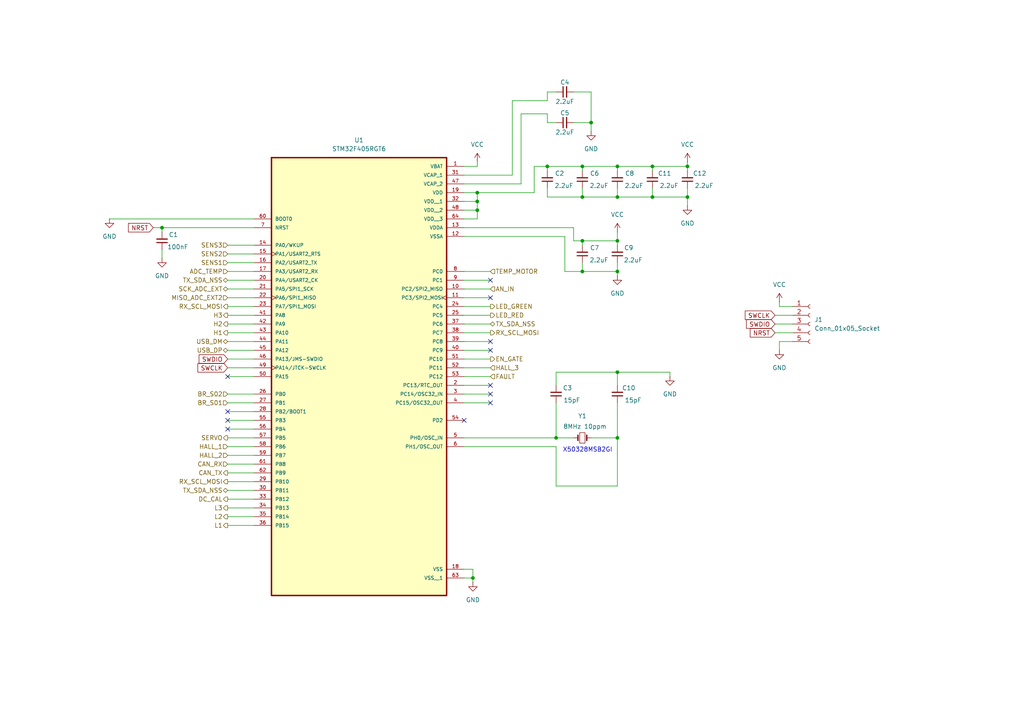
<source format=kicad_sch>
(kicad_sch (version 20231120) (generator "eeschema") (generator_version "8.0")
  (paper "A4")
  (lib_symbols
    (symbol "Connector:Conn_01x05_Socket" (pin_names (offset 1.016) hide)
      (property "Reference" "J" (at 0 7.62 0))
      (property "Value" "Conn_01x05_Socket" (at 0 -7.62 0))
      (symbol "Conn_01x05_Socket_1_1"
        (arc (start 0 -4.572) (mid -0.5058 -5.08) (end 0 -5.588) (stroke (width 0.1524)))
        (arc (start 0 -2.032) (mid -0.5058 -2.54) (end 0 -3.048) (stroke (width 0.1524)))
        (polyline (pts (xy -1.27 -5.08) (xy -0.508 -5.08)) (stroke (width 0.1524)))
        (polyline (pts (xy -1.27 -2.54) (xy -0.508 -2.54)) (stroke (width 0.1524)))
        (polyline (pts (xy -1.27 0) (xy -0.508 0)) (stroke (width 0.1524)))
        (polyline (pts (xy -1.27 2.54) (xy -0.508 2.54)) (stroke (width 0.1524)))
        (polyline (pts (xy -1.27 5.08) (xy -0.508 5.08)) (stroke (width 0.1524)))
        (arc (start 0 0.508) (mid -0.5058 0) (end 0 -0.508) (stroke (width 0.1524)))
        (arc (start 0 3.048) (mid -0.5058 2.54) (end 0 2.032) (stroke (width 0.1524)))
        (arc (start 0 5.588) (mid -0.5058 5.08) (end 0 4.572) (stroke (width 0.1524)))
        (pin passive line (at -5.08 5.08 0) (length 3.81) (name "Pin_1") (number "1"))
        (pin passive line (at -5.08 2.54 0) (length 3.81) (name "Pin_2") (number "2"))
        (pin passive line (at -5.08 0 0) (length 3.81) (name "Pin_3") (number "3"))
        (pin passive line (at -5.08 -2.54 0) (length 3.81) (name "Pin_4") (number "4"))
        (pin passive line (at -5.08 -5.08 0) (length 3.81) (name "Pin_5") (number "5"))
      )
    )
    (symbol "Device:C_Small" (pin_numbers hide) (pin_names (offset 0.254) hide)
      (property "Reference" "C" (at 0.254 1.778 0))
      (property "Value" "C_Small" (at 0.254 -2.032 0))
      (symbol "C_Small_0_1"
        (polyline (pts (xy -1.524 -0.508) (xy 1.524 -0.508)) (stroke (width 0.3302)))
        (polyline (pts (xy -1.524 0.508) (xy 1.524 0.508)) (stroke (width 0.3048)))
      )
      (symbol "C_Small_1_1"
        (pin passive line (at 0 2.54 270) (length 2.032) (name "~") (number "1"))
        (pin passive line (at 0 -2.54 90) (length 2.032) (name "~") (number "2"))
      )
    )
    (symbol "Device:Crystal_Small" (pin_numbers hide) (pin_names (offset 1.016) hide)
      (property "Reference" "Y" (at 0 2.54 0))
      (property "Value" "Crystal_Small" (at 0 -2.54 0))
      (symbol "Crystal_Small_0_1"
        (rectangle (start -0.762 -1.524) (end 0.762 1.524))
        (polyline (pts (xy -1.27 -0.762) (xy -1.27 0.762)) (stroke (width 0.381)))
        (polyline (pts (xy 1.27 -0.762) (xy 1.27 0.762)) (stroke (width 0.381)))
      )
      (symbol "Crystal_Small_1_1"
        (pin passive line (at -2.54 0 0) (length 1.27) (name "1") (number "1"))
        (pin passive line (at 2.54 0 180) (length 1.27) (name "2") (number "2"))
      )
    )
    (symbol "STM32F405RGT6:STM32F405RGT6" (pin_names (offset 1.016))
      (property "Reference" "U4" (at 0 63.5 0))
      (property "Value" "STM32F405RGT6" (at 0 60.96 0))
      (symbol "STM32F405RGT6_0_0"
        (rectangle (start -25.4 -68.58) (end 25.4 58.42) (stroke (width 0.41)) (fill (type background)))
        (pin power_in line (at 30.48 55.88 180) (length 5.08) (name "VBAT") (number "1"))
        (pin bidirectional line (at 30.48 20.32 180) (length 5.08) (name "PC2/SPI2_MISO") (number "10"))
        (pin bidirectional clock (at 30.48 17.78 180) (length 5.08) (name "PC3/SPI2_MOSI") (number "11"))
        (pin power_in line (at 30.48 35.56 180) (length 5.08) (name "VSSA") (number "12"))
        (pin power_in line (at 30.48 38.1 180) (length 5.08) (name "VDDA") (number "13"))
        (pin bidirectional line (at -30.48 33.02 0) (length 5.08) (name "PA0/WKUP") (number "14"))
        (pin bidirectional clock (at -30.48 30.48 0) (length 5.08) (name "PA1/USART2_RTS") (number "15"))
        (pin bidirectional line (at -30.48 27.94 0) (length 5.08) (name "PA2/USART2_TX") (number "16"))
        (pin bidirectional line (at -30.48 25.4 0) (length 5.08) (name "PA3/USART2_RX") (number "17"))
        (pin power_in line (at 30.48 -60.96 180) (length 5.08) (name "VSS") (number "18"))
        (pin power_in line (at 30.48 48.26 180) (length 5.08) (name "VDD") (number "19"))
        (pin bidirectional line (at 30.48 -7.62 180) (length 5.08) (name "PC13/RTC_OUT") (number "2"))
        (pin bidirectional line (at -30.48 22.86 0) (length 5.08) (name "PA4/USART2_CK") (number "20"))
        (pin bidirectional line (at -30.48 20.32 0) (length 5.08) (name "PA5/SPI1_SCK") (number "21"))
        (pin bidirectional clock (at -30.48 17.78 0) (length 5.08) (name "PA6/SPI1_MISO") (number "22"))
        (pin bidirectional line (at -30.48 15.24 0) (length 5.08) (name "PA7/SPI1_MOSI") (number "23"))
        (pin bidirectional line (at 30.48 15.24 180) (length 5.08) (name "PC4") (number "24"))
        (pin bidirectional line (at 30.48 12.7 180) (length 5.08) (name "PC5") (number "25"))
        (pin bidirectional line (at -30.48 -10.16 0) (length 5.08) (name "PB0") (number "26"))
        (pin bidirectional line (at -30.48 -12.7 0) (length 5.08) (name "PB1") (number "27"))
        (pin bidirectional line (at -30.48 -15.24 0) (length 5.08) (name "PB2/BOOT1") (number "28"))
        (pin bidirectional line (at -30.48 -35.56 0) (length 5.08) (name "PB10") (number "29"))
        (pin bidirectional line (at 30.48 -10.16 180) (length 5.08) (name "PC14/OSC32_IN") (number "3"))
        (pin bidirectional line (at -30.48 -38.1 0) (length 5.08) (name "PB11") (number "30"))
        (pin power_in line (at 30.48 53.34 180) (length 5.08) (name "VCAP_1") (number "31"))
        (pin power_in line (at 30.48 45.72 180) (length 5.08) (name "VDD__1") (number "32"))
        (pin bidirectional line (at -30.48 -40.64 0) (length 5.08) (name "PB12") (number "33"))
        (pin bidirectional line (at -30.48 -43.18 0) (length 5.08) (name "PB13") (number "34"))
        (pin bidirectional line (at -30.48 -45.72 0) (length 5.08) (name "PB14") (number "35"))
        (pin bidirectional line (at -30.48 -48.26 0) (length 5.08) (name "PB15") (number "36"))
        (pin bidirectional line (at 30.48 10.16 180) (length 5.08) (name "PC6") (number "37"))
        (pin bidirectional line (at 30.48 7.62 180) (length 5.08) (name "PC7") (number "38"))
        (pin bidirectional line (at 30.48 5.08 180) (length 5.08) (name "PC8") (number "39"))
        (pin bidirectional line (at 30.48 -12.7 180) (length 5.08) (name "PC15/OSC32_OUT") (number "4"))
        (pin bidirectional line (at 30.48 2.54 180) (length 5.08) (name "PC9") (number "40"))
        (pin bidirectional line (at -30.48 12.7 0) (length 5.08) (name "PA8") (number "41"))
        (pin bidirectional line (at -30.48 10.16 0) (length 5.08) (name "PA9") (number "42"))
        (pin bidirectional line (at -30.48 7.62 0) (length 5.08) (name "PA10") (number "43"))
        (pin bidirectional line (at -30.48 5.08 0) (length 5.08) (name "PA11") (number "44"))
        (pin bidirectional line (at -30.48 2.54 0) (length 5.08) (name "PA12") (number "45"))
        (pin bidirectional line (at -30.48 0 0) (length 5.08) (name "PA13/JMS-SWDIO") (number "46"))
        (pin power_in line (at 30.48 50.8 180) (length 5.08) (name "VCAP_2") (number "47"))
        (pin power_in line (at 30.48 43.18 180) (length 5.08) (name "VDD__2") (number "48"))
        (pin bidirectional clock (at -30.48 -2.54 0) (length 5.08) (name "PA14/JTCK-SWCLK") (number "49"))
        (pin bidirectional line (at 30.48 -22.86 180) (length 5.08) (name "PH0/OSC_IN") (number "5"))
        (pin bidirectional line (at -30.48 -5.08 0) (length 5.08) (name "PA15") (number "50"))
        (pin bidirectional line (at 30.48 0 180) (length 5.08) (name "PC10") (number "51"))
        (pin bidirectional line (at 30.48 -2.54 180) (length 5.08) (name "PC11") (number "52"))
        (pin bidirectional line (at 30.48 -5.08 180) (length 5.08) (name "PC12") (number "53"))
        (pin bidirectional line (at 30.48 -17.78 180) (length 5.08) (name "PD2") (number "54"))
        (pin bidirectional line (at -30.48 -17.78 0) (length 5.08) (name "PB3") (number "55"))
        (pin bidirectional line (at -30.48 -20.32 0) (length 5.08) (name "PB4") (number "56"))
        (pin bidirectional line (at -30.48 -22.86 0) (length 5.08) (name "PB5") (number "57"))
        (pin bidirectional line (at -30.48 -25.4 0) (length 5.08) (name "PB6") (number "58"))
        (pin bidirectional line (at -30.48 -27.94 0) (length 5.08) (name "PB7") (number "59"))
        (pin bidirectional line (at 30.48 -25.4 180) (length 5.08) (name "PH1/OSC_OUT") (number "6"))
        (pin bidirectional line (at -30.48 40.64 0) (length 5.08) (name "BOOT0") (number "60"))
        (pin bidirectional line (at -30.48 -30.48 0) (length 5.08) (name "PB8") (number "61"))
        (pin bidirectional line (at -30.48 -33.02 0) (length 5.08) (name "PB9") (number "62"))
        (pin power_in line (at 30.48 -63.5 180) (length 5.08) (name "VSS__1") (number "63"))
        (pin power_in line (at 30.48 40.64 180) (length 5.08) (name "VDD__3") (number "64"))
        (pin bidirectional line (at -30.48 38.1 0) (length 5.08) (name "NRST") (number "7"))
        (pin bidirectional line (at 30.48 25.4 180) (length 5.08) (name "PC0") (number "8"))
        (pin bidirectional line (at 30.48 22.86 180) (length 5.08) (name "PC1") (number "9"))
      )
    )
    (symbol "power:GND" (power) (pin_numbers hide) (pin_names (offset 0) hide)
      (property "Value" "GND" (at 0 -3.81 0))
      (symbol "GND_0_1"
        (polyline (pts (xy 0 0) (xy 0 -1.27) (xy 1.27 -1.27) (xy 0 -2.54) (xy -1.27 -1.27) (xy 0 -1.27)))
      )
      (symbol "GND_1_1"
        (pin power_in line (at 0 0 270) (length 0) (name "~") (number "1"))
      )
    )
    (symbol "power:VCC" (power) (pin_numbers hide) (pin_names (offset 0) hide)
      (property "Value" "VCC" (at 0 3.556 0))
      (symbol "VCC_0_1"
        (polyline (pts (xy -0.762 1.27) (xy 0 2.54)))
        (polyline (pts (xy 0 0) (xy 0 2.54)))
        (polyline (pts (xy 0 2.54) (xy 0.762 1.27)))
      )
      (symbol "VCC_1_1"
        (pin power_in line (at 0 0 90) (length 0) (name "~") (number "1"))
      )
    )
  )
  (junction (at 189.23 57.15))
  (junction (at 168.91 69.85))
  (junction (at 171.45 35.56))
  (junction (at 168.91 78.74))
  (junction (at 138.43 60.96))
  (junction (at 158.75 48.26))
  (junction (at 179.07 127))
  (junction (at 138.43 58.42))
  (junction (at 199.39 48.26))
  (junction (at 168.91 48.26))
  (junction (at 46.99 66.04))
  (junction (at 179.07 107.95))
  (junction (at 189.23 48.26))
  (junction (at 161.29 127))
  (junction (at 179.07 48.26))
  (junction (at 179.07 69.85))
  (junction (at 179.07 57.15))
  (junction (at 199.39 57.15))
  (junction (at 137.16 167.64))
  (junction (at 179.07 78.74))
  (junction (at 138.43 55.88))
  (junction (at 168.91 57.15))
  (no_connect (at 142.24 114.3))
  (no_connect (at 142.24 111.76))
  (no_connect (at 66.04 124.46))
  (no_connect (at 142.24 101.6))
  (no_connect (at 142.24 116.84))
  (no_connect (at 66.04 119.38))
  (no_connect (at 66.04 121.92))
  (no_connect (at 142.24 81.28))
  (no_connect (at 142.24 86.36))
  (no_connect (at 66.04 109.22))
  (no_connect (at 134.62 121.92))
  (no_connect (at 142.24 99.06))
  (wire (pts (xy 142.24 96.52) (xy 134.62 96.52)))
  (wire (pts (xy 134.62 60.96) (xy 138.43 60.96)))
  (wire (pts (xy 179.07 48.26) (xy 179.07 49.53)))
  (wire (pts (xy 134.62 58.42) (xy 138.43 58.42)))
  (wire (pts (xy 166.37 26.67) (xy 171.45 26.67)))
  (wire (pts (xy 66.04 106.68) (xy 73.66 106.68)))
  (wire (pts (xy 168.91 69.85) (xy 168.91 71.12)))
  (wire (pts (xy 142.24 88.9) (xy 134.62 88.9)))
  (wire (pts (xy 179.07 57.15) (xy 189.23 57.15)))
  (wire (pts (xy 161.29 116.84) (xy 161.29 127)))
  (wire (pts (xy 229.87 88.9) (xy 226.06 88.9)))
  (wire (pts (xy 179.07 78.74) (xy 179.07 76.2)))
  (wire (pts (xy 179.07 48.26) (xy 189.23 48.26)))
  (wire (pts (xy 66.04 124.46) (xy 73.66 124.46)))
  (wire (pts (xy 137.16 165.1) (xy 137.16 167.64)))
  (wire (pts (xy 73.66 66.04) (xy 46.99 66.04)))
  (wire (pts (xy 158.75 48.26) (xy 168.91 48.26)))
  (wire (pts (xy 66.04 121.92) (xy 73.66 121.92)))
  (wire (pts (xy 179.07 140.97) (xy 179.07 127)))
  (wire (pts (xy 138.43 58.42) (xy 138.43 60.96)))
  (wire (pts (xy 189.23 54.61) (xy 189.23 57.15)))
  (wire (pts (xy 168.91 48.26) (xy 168.91 49.53)))
  (wire (pts (xy 66.04 116.84) (xy 73.66 116.84)))
  (wire (pts (xy 179.07 69.85) (xy 179.07 71.12)))
  (wire (pts (xy 134.62 127) (xy 161.29 127)))
  (wire (pts (xy 134.62 55.88) (xy 138.43 55.88)))
  (wire (pts (xy 66.04 144.78) (xy 73.66 144.78)))
  (wire (pts (xy 171.45 127) (xy 179.07 127)))
  (wire (pts (xy 142.24 104.14) (xy 134.62 104.14)))
  (wire (pts (xy 66.04 81.28) (xy 73.66 81.28)))
  (wire (pts (xy 142.24 116.84) (xy 134.62 116.84)))
  (wire (pts (xy 161.29 129.54) (xy 161.29 140.97)))
  (wire (pts (xy 66.04 137.16) (xy 73.66 137.16)))
  (wire (pts (xy 142.24 111.76) (xy 134.62 111.76)))
  (wire (pts (xy 163.83 68.58) (xy 163.83 78.74)))
  (wire (pts (xy 142.24 81.28) (xy 134.62 81.28)))
  (wire (pts (xy 168.91 48.26) (xy 179.07 48.26)))
  (wire (pts (xy 66.04 114.3) (xy 73.66 114.3)))
  (wire (pts (xy 66.04 119.38) (xy 73.66 119.38)))
  (wire (pts (xy 134.62 48.26) (xy 138.43 48.26)))
  (wire (pts (xy 171.45 35.56) (xy 166.37 35.56)))
  (wire (pts (xy 168.91 57.15) (xy 179.07 57.15)))
  (wire (pts (xy 161.29 111.76) (xy 161.29 107.95)))
  (wire (pts (xy 66.04 109.22) (xy 73.66 109.22)))
  (wire (pts (xy 179.07 78.74) (xy 179.07 80.01)))
  (wire (pts (xy 66.04 86.36) (xy 73.66 86.36)))
  (wire (pts (xy 158.75 48.26) (xy 158.75 49.53)))
  (wire (pts (xy 189.23 48.26) (xy 189.23 49.53)))
  (wire (pts (xy 179.07 107.95) (xy 194.31 107.95)))
  (wire (pts (xy 66.04 149.86) (xy 73.66 149.86)))
  (wire (pts (xy 226.06 99.06) (xy 229.87 99.06)))
  (wire (pts (xy 66.04 142.24) (xy 73.66 142.24)))
  (wire (pts (xy 66.04 129.54) (xy 73.66 129.54)))
  (wire (pts (xy 154.94 55.88) (xy 154.94 48.26)))
  (wire (pts (xy 134.62 68.58) (xy 163.83 68.58)))
  (wire (pts (xy 163.83 78.74) (xy 168.91 78.74)))
  (wire (pts (xy 199.39 57.15) (xy 199.39 54.61)))
  (wire (pts (xy 138.43 46.99) (xy 138.43 48.26)))
  (wire (pts (xy 134.62 78.74) (xy 142.24 78.74)))
  (wire (pts (xy 142.24 106.68) (xy 134.62 106.68)))
  (wire (pts (xy 154.94 48.26) (xy 158.75 48.26)))
  (wire (pts (xy 142.24 86.36) (xy 134.62 86.36)))
  (wire (pts (xy 151.13 33.02) (xy 151.13 53.34)))
  (wire (pts (xy 137.16 167.64) (xy 134.62 167.64)))
  (wire (pts (xy 142.24 91.44) (xy 134.62 91.44)))
  (wire (pts (xy 148.59 50.8) (xy 134.62 50.8)))
  (wire (pts (xy 194.31 107.95) (xy 194.31 109.22)))
  (wire (pts (xy 137.16 165.1) (xy 134.62 165.1)))
  (wire (pts (xy 158.75 33.02) (xy 158.75 35.56)))
  (wire (pts (xy 134.62 129.54) (xy 161.29 129.54)))
  (wire (pts (xy 226.06 101.6) (xy 226.06 99.06)))
  (wire (pts (xy 148.59 29.21) (xy 148.59 50.8)))
  (wire (pts (xy 179.07 116.84) (xy 179.07 127)))
  (wire (pts (xy 66.04 134.62) (xy 73.66 134.62)))
  (wire (pts (xy 168.91 78.74) (xy 179.07 78.74)))
  (wire (pts (xy 137.16 167.64) (xy 137.16 168.91)))
  (wire (pts (xy 166.37 66.04) (xy 166.37 69.85)))
  (wire (pts (xy 224.79 96.52) (xy 229.87 96.52)))
  (wire (pts (xy 66.04 73.66) (xy 73.66 73.66)))
  (wire (pts (xy 46.99 66.04) (xy 46.99 67.31)))
  (wire (pts (xy 179.07 107.95) (xy 179.07 111.76)))
  (wire (pts (xy 134.62 66.04) (xy 166.37 66.04)))
  (wire (pts (xy 66.04 152.4) (xy 73.66 152.4)))
  (wire (pts (xy 151.13 33.02) (xy 158.75 33.02)))
  (wire (pts (xy 226.06 88.9) (xy 226.06 87.63)))
  (wire (pts (xy 224.79 91.44) (xy 229.87 91.44)))
  (wire (pts (xy 66.04 76.2) (xy 73.66 76.2)))
  (wire (pts (xy 161.29 127) (xy 166.37 127)))
  (wire (pts (xy 66.04 93.98) (xy 73.66 93.98)))
  (wire (pts (xy 66.04 127) (xy 73.66 127)))
  (wire (pts (xy 66.04 104.14) (xy 73.66 104.14)))
  (wire (pts (xy 179.07 57.15) (xy 179.07 54.61)))
  (wire (pts (xy 44.45 66.04) (xy 46.99 66.04)))
  (wire (pts (xy 158.75 57.15) (xy 168.91 57.15)))
  (wire (pts (xy 66.04 88.9) (xy 73.66 88.9)))
  (wire (pts (xy 142.24 93.98) (xy 134.62 93.98)))
  (wire (pts (xy 158.75 35.56) (xy 161.29 35.56)))
  (wire (pts (xy 138.43 60.96) (xy 138.43 63.5)))
  (wire (pts (xy 166.37 69.85) (xy 168.91 69.85)))
  (wire (pts (xy 66.04 83.82) (xy 73.66 83.82)))
  (wire (pts (xy 171.45 35.56) (xy 171.45 38.1)))
  (wire (pts (xy 66.04 132.08) (xy 73.66 132.08)))
  (wire (pts (xy 199.39 46.99) (xy 199.39 48.26)))
  (wire (pts (xy 66.04 147.32) (xy 73.66 147.32)))
  (wire (pts (xy 224.79 93.98) (xy 229.87 93.98)))
  (wire (pts (xy 171.45 26.67) (xy 171.45 35.56)))
  (wire (pts (xy 46.99 72.39) (xy 46.99 74.93)))
  (wire (pts (xy 189.23 57.15) (xy 199.39 57.15)))
  (wire (pts (xy 168.91 69.85) (xy 179.07 69.85)))
  (wire (pts (xy 199.39 48.26) (xy 199.39 49.53)))
  (wire (pts (xy 189.23 48.26) (xy 199.39 48.26)))
  (wire (pts (xy 199.39 59.69) (xy 199.39 57.15)))
  (wire (pts (xy 168.91 76.2) (xy 168.91 78.74)))
  (wire (pts (xy 138.43 55.88) (xy 138.43 58.42)))
  (wire (pts (xy 142.24 101.6) (xy 134.62 101.6)))
  (wire (pts (xy 142.24 83.82) (xy 134.62 83.82)))
  (wire (pts (xy 161.29 140.97) (xy 179.07 140.97)))
  (wire (pts (xy 66.04 96.52) (xy 73.66 96.52)))
  (wire (pts (xy 158.75 26.67) (xy 161.29 26.67)))
  (wire (pts (xy 158.75 29.21) (xy 158.75 26.67)))
  (wire (pts (xy 142.24 114.3) (xy 134.62 114.3)))
  (wire (pts (xy 134.62 63.5) (xy 138.43 63.5)))
  (wire (pts (xy 142.24 109.22) (xy 134.62 109.22)))
  (wire (pts (xy 142.24 99.06) (xy 134.62 99.06)))
  (wire (pts (xy 66.04 78.74) (xy 73.66 78.74)))
  (wire (pts (xy 161.29 107.95) (xy 179.07 107.95)))
  (wire (pts (xy 66.04 139.7) (xy 73.66 139.7)))
  (wire (pts (xy 31.75 63.5) (xy 73.66 63.5)))
  (wire (pts (xy 66.04 99.06) (xy 73.66 99.06)))
  (wire (pts (xy 66.04 101.6) (xy 73.66 101.6)))
  (wire (pts (xy 66.04 71.12) (xy 73.66 71.12)))
  (wire (pts (xy 151.13 53.34) (xy 134.62 53.34)))
  (wire (pts (xy 158.75 54.61) (xy 158.75 57.15)))
  (wire (pts (xy 66.04 91.44) (xy 73.66 91.44)))
  (wire (pts (xy 148.59 29.21) (xy 158.75 29.21)))
  (wire (pts (xy 168.91 54.61) (xy 168.91 57.15)))
  (wire (pts (xy 138.43 55.88) (xy 154.94 55.88)))
  (wire (pts (xy 179.07 67.31) (xy 179.07 69.85)))
  (text "X50328MSB2GI" (at 170.434 130.556 0) (effects (font (size 1.27 1.27))))
  (global_label "NRST" (shape input) (at 44.45 66.04 180) (property "Intersheetrefs" "${INTERSHEET_REFS}" (effects (hide yes))))
  (global_label "SWDIO" (shape input) (at 224.79 93.98 180) (property "Intersheetrefs" "${INTERSHEET_REFS}" (effects (hide yes))))
  (global_label "SWCLK" (shape input) (at 224.79 91.44 180) (property "Intersheetrefs" "${INTERSHEET_REFS}" (effects (hide yes))))
  (global_label "NRST" (shape input) (at 224.79 96.52 180) (property "Intersheetrefs" "${INTERSHEET_REFS}" (effects (hide yes))))
  (global_label "SWDIO" (shape input) (at 66.04 104.14 180) (property "Intersheetrefs" "${INTERSHEET_REFS}" (effects (hide yes))))
  (global_label "SWCLK" (shape input) (at 66.04 106.68 180) (property "Intersheetrefs" "${INTERSHEET_REFS}" (effects (hide yes))))
  (hierarchical_label "SERVO" (shape output) (at 66.04 127 180))
  (hierarchical_label "TEMP_MOTOR" (shape input) (at 142.24 78.74 0))
  (hierarchical_label "H1" (shape output) (at 66.04 96.52 180))
  (hierarchical_label "TX_SDA_NSS" (shape bidirectional) (at 66.04 142.24 180))
  (hierarchical_label "SENS3" (shape input) (at 66.04 71.12 180))
  (hierarchical_label "LED_GREEN" (shape output) (at 142.24 88.9 0))
  (hierarchical_label "SCK_ADC_EXT" (shape bidirectional) (at 66.04 83.82 180))
  (hierarchical_label "L2" (shape output) (at 66.04 149.86 180))
  (hierarchical_label "L1" (shape output) (at 66.04 152.4 180))
  (hierarchical_label "EN_GATE" (shape output) (at 142.24 104.14 0))
  (hierarchical_label "ADC_TEMP" (shape input) (at 66.04 78.74 180))
  (hierarchical_label "L3" (shape output) (at 66.04 147.32 180))
  (hierarchical_label "RX_SCL_MOSI" (shape output) (at 66.04 88.9 180))
  (hierarchical_label "CAN_TX" (shape output) (at 66.04 137.16 180))
  (hierarchical_label "SENS2" (shape input) (at 66.04 73.66 180))
  (hierarchical_label "FAULT" (shape input) (at 142.24 109.22 0))
  (hierarchical_label "H3" (shape output) (at 66.04 91.44 180))
  (hierarchical_label "LED_RED" (shape output) (at 142.24 91.44 0))
  (hierarchical_label "TX_SDA_NSS" (shape bidirectional) (at 142.24 93.98 0))
  (hierarchical_label "AN_IN" (shape input) (at 142.24 83.82 0))
  (hierarchical_label "RX_SCL_MOSI" (shape output) (at 142.24 96.52 0))
  (hierarchical_label "USB_DP" (shape bidirectional) (at 66.04 101.6 180))
  (hierarchical_label "TX_SDA_NSS" (shape bidirectional) (at 66.04 81.28 180))
  (hierarchical_label "SENS1" (shape input) (at 66.04 76.2 180))
  (hierarchical_label "HALL_3" (shape input) (at 142.24 106.68 0))
  (hierarchical_label "USB_DM" (shape bidirectional) (at 66.04 99.06 180))
  (hierarchical_label "CAN_RX" (shape input) (at 66.04 134.62 180))
  (hierarchical_label "HALL_2" (shape input) (at 66.04 132.08 180))
  (hierarchical_label "BR_S02" (shape input) (at 66.04 114.3 180))
  (hierarchical_label "MISO_ADC_EXT2" (shape input) (at 66.04 86.36 180))
  (hierarchical_label "BR_S01" (shape input) (at 66.04 116.84 180))
  (hierarchical_label "HALL_1" (shape input) (at 66.04 129.54 180))
  (hierarchical_label "H2" (shape output) (at 66.04 93.98 180))
  (hierarchical_label "DC_CAL" (shape output) (at 66.04 144.78 180))
  (hierarchical_label "RX_SCL_MOSI" (shape output) (at 66.04 139.7 180))
  (symbol (lib_id "power:VCC") (at 179.07 67.31 0) (unit 1)
    (property "Reference" "#PWR07" (effects (hide yes)))
    (property "Value" "VCC" (at 179.07 62.23 0))
    (property "Description" "Power symbol creates a global label with name \"VCC\"" (effects (hide yes)))
  )
  (symbol (lib_id "power:GND") (at 226.06 101.6 0) (unit 1)
    (property "Reference" "#PWR013" (effects (hide yes)))
    (property "Value" "GND" (at 226.06 106.68 0))
    (property "Description" "Power symbol creates a global label with name \"GND\" , ground" (effects (hide yes)))
  )
  (symbol (lib_id "power:GND") (at 46.99 74.93 0) (unit 1)
    (property "Reference" "#PWR02" (effects (hide yes)))
    (property "Value" "GND" (at 46.99 80.01 0))
    (property "Description" "Power symbol creates a global label with name \"GND\" , ground" (effects (hide yes)))
  )
  (symbol (lib_id "Device:C_Small") (at 179.07 114.3 180) (unit 1)
    (property "Reference" "C10" (at 182.372 112.522 0))
    (property "Value" "15pF" (at 183.642 116.078 0))
    (property "Footprint" "Capacitor_SMD:C_0603_1608Metric" (effects (hide yes)))
    (property "Description" "Unpolarized capacitor, small symbol" (effects (hide yes)))
  )
  (symbol (lib_id "Device:C_Small") (at 168.91 73.66 180) (unit 1)
    (property "Reference" "C7" (at 172.466 71.882 0))
    (property "Value" "2.2uF" (at 173.736 75.438 0))
    (property "Footprint" "Capacitor_SMD:C_0603_1608Metric" (effects (hide yes)))
    (property "Description" "Unpolarized capacitor, small symbol" (effects (hide yes)))
  )
  (symbol (lib_id "power:VCC") (at 138.43 46.99 0) (unit 1)
    (property "Reference" "#PWR04" (effects (hide yes)))
    (property "Value" "VCC" (at 138.43 41.91 0))
    (property "Description" "Power symbol creates a global label with name \"VCC\"" (effects (hide yes)))
  )
  (symbol (lib_id "power:GND") (at 171.45 38.1 0) (unit 1)
    (property "Reference" "#PWR06" (effects (hide yes)))
    (property "Value" "GND" (at 171.45 43.18 0))
    (property "Description" "Power symbol creates a global label with name \"GND\" , ground" (effects (hide yes)))
  )
  (symbol (lib_id "Connector:Conn_01x05_Socket") (at 234.95 93.98 0) (unit 1)
    (property "Reference" "J1" (at 236.22 92.7099 0) (effects (justify left)))
    (property "Value" "Conn_01x05_Socket" (at 236.22 95.2499 0) (effects (justify left)))
    (property "Footprint" "Connector_JST:JST_XH_B5B-XH-AM_1x05_P2.50mm_Vertical" (effects (hide yes)))
    (property "Description" "Generic connector, single row, 01x05, script generated" (effects (hide yes)))
  )
  (symbol (lib_id "Device:C_Small") (at 168.91 52.07 180) (unit 1)
    (property "Reference" "C6" (at 172.466 50.292 0))
    (property "Value" "2.2uF" (at 173.736 53.848 0))
    (property "Footprint" "Capacitor_SMD:C_0603_1608Metric" (effects (hide yes)))
    (property "Description" "Unpolarized capacitor, small symbol" (effects (hide yes)))
  )
  (symbol (lib_id "power:GND") (at 31.75 63.5 0) (unit 1)
    (property "Reference" "#PWR01" (effects (hide yes)))
    (property "Value" "GND" (at 31.75 68.58 0))
    (property "Description" "Power symbol creates a global label with name \"GND\" , ground" (effects (hide yes)))
  )
  (symbol (lib_id "Device:C_Small") (at 179.07 52.07 180) (unit 1)
    (property "Reference" "C8" (at 182.626 50.292 0))
    (property "Value" "2.2uF" (at 183.896 53.848 0))
    (property "Footprint" "Capacitor_SMD:C_0603_1608Metric" (effects (hide yes)))
    (property "Description" "Unpolarized capacitor, small symbol" (effects (hide yes)))
  )
  (symbol (lib_id "Device:C_Small") (at 163.83 26.67 90) (unit 1)
    (property "Reference" "C4" (at 163.83 23.876 90))
    (property "Value" "2.2uF" (at 163.83 29.464 90))
    (property "Footprint" "Capacitor_SMD:C_0603_1608Metric" (effects (hide yes)))
    (property "Description" "Unpolarized capacitor, small symbol" (effects (hide yes)))
  )
  (symbol (lib_id "power:GND") (at 199.39 59.69 0) (unit 1)
    (property "Reference" "#PWR011" (effects (hide yes)))
    (property "Value" "GND" (at 199.39 64.77 0))
    (property "Description" "Power symbol creates a global label with name \"GND\" , ground" (effects (hide yes)))
  )
  (symbol (lib_id "Device:C_Small") (at 161.29 114.3 180) (unit 1)
    (property "Reference" "C3" (at 164.592 112.522 0))
    (property "Value" "15pF" (at 165.862 116.078 0))
    (property "Footprint" "Capacitor_SMD:C_0603_1608Metric" (effects (hide yes)))
    (property "Description" "Unpolarized capacitor, small symbol" (effects (hide yes)))
  )
  (symbol (lib_id "Device:C_Small") (at 158.75 52.07 180) (unit 1)
    (property "Reference" "C2" (at 162.306 50.292 0))
    (property "Value" "2.2uF" (at 163.576 53.848 0))
    (property "Footprint" "Capacitor_SMD:C_0603_1608Metric" (effects (hide yes)))
    (property "Description" "Unpolarized capacitor, small symbol" (effects (hide yes)))
  )
  (symbol (lib_id "Device:C_Small") (at 199.39 52.07 180) (unit 1)
    (property "Reference" "C12" (at 202.946 50.292 0))
    (property "Value" "2.2uF" (at 204.216 53.848 0))
    (property "Footprint" "Capacitor_SMD:C_0603_1608Metric" (effects (hide yes)))
    (property "Description" "Unpolarized capacitor, small symbol" (effects (hide yes)))
  )
  (symbol (lib_id "Device:C_Small") (at 46.99 69.85 180) (unit 1)
    (property "Reference" "C1" (at 50.292 68.072 0))
    (property "Value" "100nF" (at 51.562 71.628 0))
    (property "Footprint" "Capacitor_SMD:C_0603_1608Metric" (effects (hide yes)))
    (property "Description" "Unpolarized capacitor, small symbol" (effects (hide yes)))
  )
  (symbol (lib_id "power:GND") (at 179.07 80.01 0) (unit 1)
    (property "Reference" "#PWR08" (effects (hide yes)))
    (property "Value" "GND" (at 179.07 85.09 0))
    (property "Description" "Power symbol creates a global label with name \"GND\" , ground" (effects (hide yes)))
  )
  (symbol (lib_id "Device:C_Small") (at 179.07 73.66 180) (unit 1)
    (property "Reference" "C9" (at 182.372 71.882 0))
    (property "Value" "2.2uF" (at 183.642 75.438 0))
    (property "Footprint" "Capacitor_SMD:C_0603_1608Metric" (effects (hide yes)))
    (property "Description" "Unpolarized capacitor, small symbol" (effects (hide yes)))
  )
  (symbol (lib_id "Device:Crystal_Small") (at 168.91 127 0) (unit 1)
    (property "Reference" "Y1" (at 168.91 120.65 0))
    (property "Value" "8MHz 10ppm" (at 169.672 123.698 0))
    (property "Footprint" "Crystal:Crystal_SMD_Abracon_ABM3-2Pin_5.0x3.2mm" (effects (hide yes)))
    (property "Description" "Two pin crystal, small symbol" (effects (hide yes)))
  )
  (symbol (lib_id "power:VCC") (at 199.39 46.99 0) (unit 1)
    (property "Reference" "#PWR010" (effects (hide yes)))
    (property "Value" "VCC" (at 199.39 41.91 0))
    (property "Description" "Power symbol creates a global label with name \"VCC\"" (effects (hide yes)))
  )
  (symbol (lib_id "STM32F405RGT6:STM32F405RGT6") (at 104.14 104.14 0) (unit 1)
    (property "Reference" "U1" (at 104.14 40.64 0))
    (property "Value" "STM32F405RGT6" (at 104.14 43.18 0))
    (property "Footprint" "STM32F405RGT6:QFP50P1200X1200X160-64N" (effects (hide yes)))
    (property "PARTREV" "LTR" (effects (hide yes)))
    (property "STANDARD" "IPC-7351B" (effects (hide yes)))
    (property "MANUFACTURER" "STMicroelectronics" (effects (hide yes)))
  )
  (symbol (lib_id "Device:C_Small") (at 163.83 35.56 90) (unit 1)
    (property "Reference" "C5" (at 163.83 32.766 90))
    (property "Value" "2.2uF" (at 163.83 38.354 90))
    (property "Footprint" "Capacitor_SMD:C_0603_1608Metric" (effects (hide yes)))
    (property "Description" "Unpolarized capacitor, small symbol" (effects (hide yes)))
  )
  (symbol (lib_id "power:VCC") (at 226.06 87.63 0) (unit 1)
    (property "Reference" "#PWR012" (effects (hide yes)))
    (property "Value" "VCC" (at 226.06 82.55 0))
    (property "Description" "Power symbol creates a global label with name \"VCC\"" (effects (hide yes)))
  )
  (symbol (lib_id "power:GND") (at 194.31 109.22 0) (unit 1)
    (property "Reference" "#PWR09" (effects (hide yes)))
    (property "Value" "GND" (at 194.31 114.3 0))
    (property "Description" "Power symbol creates a global label with name \"GND\" , ground" (effects (hide yes)))
  )
  (symbol (lib_id "power:GND") (at 137.16 168.91 0) (unit 1)
    (property "Reference" "#PWR03" (effects (hide yes)))
    (property "Value" "GND" (at 137.16 173.99 0))
    (property "Description" "Power symbol creates a global label with name \"GND\" , ground" (effects (hide yes)))
  )
  (symbol (lib_id "Device:C_Small") (at 189.23 52.07 180) (unit 1)
    (property "Reference" "C11" (at 192.786 50.292 0))
    (property "Value" "2.2uF" (at 194.056 53.848 0))
    (property "Footprint" "Capacitor_SMD:C_0603_1608Metric" (effects (hide yes)))
    (property "Description" "Unpolarized capacitor, small symbol" (effects (hide yes)))
  )
)
</source>
